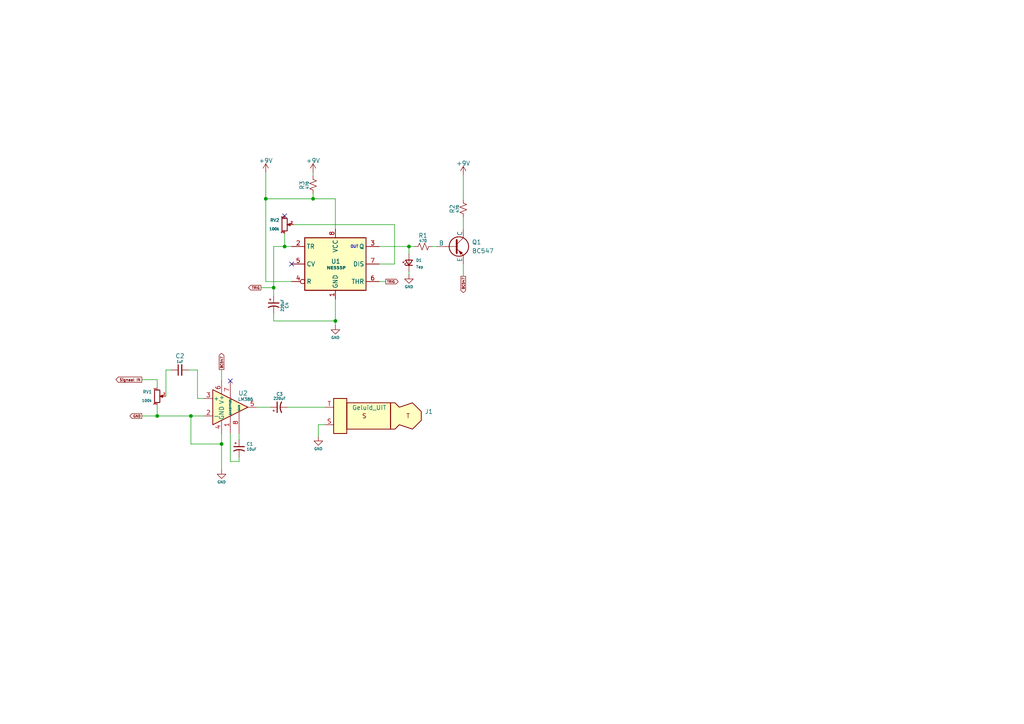
<source format=kicad_sch>
(kicad_sch (version 20230121) (generator eeschema)
  (paper "A4")
  (title_block (title "555-gitaar pedal") (date "2023-09-20") (company "door Michiel Erasmus") (comment 1 "michiel@voorspoed.ru") (comment 2 "Easylab4kids"))
  (lib_symbols
    (symbol "Amplifier_Audio:LM386" (pin_names (offset 0.127))
      (property "Reference" "U" (at 1.27 7.62 0))
      (property "Value" "LM386" (at 1.27 5.08 0))
      (symbol "LM386_0_1"
        (polyline (pts (xy 5.08 0) (xy -5.08 5.08) (xy -5.08 -5.08) (xy 5.08 0)) (stroke (width 0.254)) (fill (type background)))
      )
      (symbol "LM386_1_1"
        (pin input line (at 0 -7.62 90) (length 5.08) (name "GAIN") (number "1"))
        (pin input line (at -7.62 -2.54 0) (length 2.54) (name "-") (number "2"))
        (pin input line (at -7.62 2.54 0) (length 2.54) (name "+") (number "3"))
        (pin power_in line (at -2.54 -7.62 90) (length 3.81) (name "GND") (number "4"))
        (pin output line (at 7.62 0 180) (length 2.54) (name "~") (number "5"))
        (pin power_in line (at -2.54 7.62 270) (length 3.81) (name "V+") (number "6"))
        (pin input line (at 0 7.62 270) (length 5.08) (name "BYPASS") (number "7"))
        (pin input line (at 2.54 -7.62 90) (length 6.35) (name "GAIN") (number "8"))
      )
    )
    (symbol "Connector_Audio:AudioPlug2"
      (property "Reference" "J" (at 10.16 6.35 0))
      (property "Value" "AudioPlug2" (at 10.16 -6.35 0))
      (symbol "AudioPlug2_0_0"
        (text "S" (at 3.81 0 0) (effects (font (size 1.27 1.27))))
        (text "T" (at -8.89 0 0) (effects (font (size 1.27 1.27))))
      )
      (symbol "AudioPlug2_0_1"
        (rectangle (start -3.81 3.81) (end 8.89 -3.81) (stroke (width 0.254)) (fill (type background)))
        (polyline (pts (xy -3.81 3.81) (xy -5.08 3.81) (xy -6.35 2.54) (xy -10.16 3.81) (xy -12.7 1.27) (xy -12.7 -1.27) (xy -10.16 -3.81) (xy -6.35 -2.54) (xy -5.08 -3.81) (xy -3.81 -3.81) (xy -3.81 3.81)) (stroke (width 0.254)) (fill (type background)))
        (rectangle (start 12.7 5.08) (end 8.89 -5.08) (stroke (width 0.254)) (fill (type background)))
      )
      (symbol "AudioPlug2_1_1"
        (pin passive line (at 15.24 2.54 180) (length 2.54) (name "~") (number "S"))
        (pin passive line (at 15.24 -2.54 180) (length 2.54) (name "~") (number "T"))
      )
    )
    (symbol "Device:C_Polarized_Small_US" (pin_numbers hide) (pin_names (offset 0.254) hide)
      (property "Reference" "C" (at 0.254 1.778 0))
      (property "Value" "C_Polarized_Small_US" (at 0.254 -2.032 0))
      (symbol "C_Polarized_Small_US_0_1"
        (polyline (pts (xy -1.524 0.508) (xy 1.524 0.508)) (stroke (width 0.3048)))
        (polyline (pts (xy -1.27 1.524) (xy -0.762 1.524)))
        (polyline (pts (xy -1.016 1.27) (xy -1.016 1.778)))
        (arc (start 1.524 -0.762) (mid 0 -0.3734) (end -1.524 -0.762) (stroke (width 0.3048)))
      )
      (symbol "C_Polarized_Small_US_1_1"
        (pin passive line (at 0 2.54 270) (length 2.032) (name "~") (number "1"))
        (pin passive line (at 0 -2.54 90) (length 2.032) (name "~") (number "2"))
      )
    )
    (symbol "Device:C_Small" (pin_numbers hide) (pin_names (offset 0.254) hide)
      (property "Reference" "C" (at 0.254 1.778 0))
      (property "Value" "C_Small" (at 0.254 -2.032 0))
      (symbol "C_Small_0_1"
        (polyline (pts (xy -1.524 -0.508) (xy 1.524 -0.508)) (stroke (width 0.3302)))
        (polyline (pts (xy -1.524 0.508) (xy 1.524 0.508)) (stroke (width 0.3048)))
      )
      (symbol "C_Small_1_1"
        (pin passive line (at 0 2.54 270) (length 2.032) (name "~") (number "1"))
        (pin passive line (at 0 -2.54 90) (length 2.032) (name "~") (number "2"))
      )
    )
    (symbol "Device:LED_Small" (pin_numbers hide) (pin_names (offset 0.254) hide)
      (property "Reference" "D" (at -1.27 3.175 0))
      (property "Value" "LED_Small" (at -4.445 -2.54 0))
      (symbol "LED_Small_0_1"
        (polyline (pts (xy -0.762 -1.016) (xy -0.762 1.016)) (stroke (width 0.254)))
        (polyline (pts (xy 1.016 0) (xy -0.762 0)))
        (polyline (pts (xy 0.762 -1.016) (xy -0.762 0) (xy 0.762 1.016) (xy 0.762 -1.016)) (stroke (width 0.254)))
        (polyline (pts (xy 0 0.762) (xy -0.508 1.27) (xy -0.254 1.27) (xy -0.508 1.27) (xy -0.508 1.016)))
        (polyline (pts (xy 0.508 1.27) (xy 0 1.778) (xy 0.254 1.778) (xy 0 1.778) (xy 0 1.524)))
      )
      (symbol "LED_Small_1_1"
        (pin passive line (at -2.54 0 0) (length 1.778) (name "K") (number "1"))
        (pin passive line (at 2.54 0 180) (length 1.778) (name "A") (number "2"))
      )
    )
    (symbol "Device:R_Potentiometer_Small" (pin_names (offset 1.016) hide)
      (property "Reference" "RV" (at -4.445 0 90))
      (property "Value" "R_Potentiometer_Small" (at -2.54 0 90))
      (symbol "R_Potentiometer_Small_0_1"
        (polyline (pts (xy 0.889 0) (xy 0.635 0) (xy 1.651 0.381) (xy 1.651 -0.381) (xy 0.635 0) (xy 0.889 0)) (fill (type outline)))
        (rectangle (start 0.762 1.8034) (end -0.762 -1.8034) (stroke (width 0.254)))
      )
      (symbol "R_Potentiometer_Small_1_1"
        (pin passive line (at 0 2.54 270) (length 0.635) (name "1") (number "1"))
        (pin passive line (at 2.54 0 180) (length 0.9906) (name "2") (number "2"))
        (pin passive line (at 0 -2.54 90) (length 0.635) (name "3") (number "3"))
      )
    )
    (symbol "Device:R_Small_US" (pin_numbers hide) (pin_names (offset 0.254) hide)
      (property "Reference" "R" (at 0.762 0.508 0))
      (property "Value" "R_Small_US" (at 0.762 -1.016 0))
      (symbol "R_Small_US_1_1"
        (polyline (pts (xy 0 0) (xy 1.016 -0.381) (xy 0 -0.762) (xy -1.016 -1.143) (xy 0 -1.524)))
        (polyline (pts (xy 0 1.524) (xy 1.016 1.143) (xy 0 0.762) (xy -1.016 0.381) (xy 0 0)))
        (pin passive line (at 0 2.54 270) (length 1.016) (name "~") (number "1"))
        (pin passive line (at 0 -2.54 90) (length 1.016) (name "~") (number "2"))
      )
    )
    (symbol "Simulation_SPICE:PNP" (pin_numbers hide) (pin_names (offset 0))
      (property "Reference" "Q" (at -2.54 7.62 0))
      (property "Value" "PNP" (at -2.54 5.08 0))
      (symbol "PNP_0_1"
        (polyline (pts (xy -2.54 0) (xy 0.635 0)) (stroke (width 0.1524)))
        (polyline (pts (xy 0.635 0.635) (xy 2.54 2.54)))
        (polyline (pts (xy 0.635 -0.635) (xy 2.54 -2.54) (xy 2.54 -2.54)))
        (polyline (pts (xy 0.635 1.905) (xy 0.635 -1.905) (xy 0.635 -1.905)) (stroke (width 0.508)))
        (polyline (pts (xy 2.286 -1.778) (xy 1.778 -2.286) (xy 1.27 -1.27) (xy 2.286 -1.778) (xy 2.286 -1.778)) (fill (type outline)))
        (circle (center 1.27 0) (radius 2.8194) (stroke (width 0.254)))
      )
      (symbol "PNP_1_1"
        (pin open_collector line (at 2.54 5.08 270) (length 2.54) (name "C") (number "1"))
        (pin input line (at -5.08 0 0) (length 2.54) (name "B") (number "2"))
        (pin open_emitter line (at 2.54 -5.08 90) (length 2.54) (name "E") (number "3"))
      )
    )
    (symbol "Timer:NE555P"
      (property "Reference" "U" (at -10.16 8.89 0))
      (property "Value" "NE555P" (at 2.54 8.89 0))
      (symbol "NE555P_0_0"
        (pin power_in line (at 0 -10.16 90) (length 2.54) (name "GND") (number "1"))
        (pin power_in line (at 0 10.16 270) (length 2.54) (name "VCC") (number "8"))
      )
      (symbol "NE555P_0_1"
        (rectangle (start -8.89 -7.62) (end 8.89 7.62) (stroke (width 0.254)) (fill (type background)))
        (rectangle (start -8.89 -7.62) (end 8.89 7.62) (stroke (width 0.254)) (fill (type background)))
      )
      (symbol "NE555P_1_1"
        (pin input line (at -12.7 5.08 0) (length 3.81) (name "TR") (number "2"))
        (pin output line (at 12.7 5.08 180) (length 3.81) (name "Q") (number "3"))
        (pin input inverted (at -12.7 -5.08 0) (length 3.81) (name "R") (number "4"))
        (pin input line (at -12.7 0 0) (length 3.81) (name "CV") (number "5"))
        (pin input line (at 12.7 -5.08 180) (length 3.81) (name "THR") (number "6"))
        (pin input line (at 12.7 0 180) (length 3.81) (name "DIS") (number "7"))
      )
    )
    (symbol "power:+9V" (power) (pin_names (offset 0))
      (property "Value" "+9V" (at 0 3.556 0))
      (symbol "+9V_0_1"
        (polyline (pts (xy -0.762 1.27) (xy 0 2.54)))
        (polyline (pts (xy 0 0) (xy 0 2.54)))
        (polyline (pts (xy 0 2.54) (xy 0.762 1.27)))
      )
      (symbol "+9V_1_1"
        (pin power_in line (at 0 0 90) (length 0) hide (name "+9V") (number "1"))
      )
    )
    (symbol "power:GND" (power) (pin_names (offset 0))
      (property "Value" "GND" (at 0 -3.81 0))
      (symbol "GND_0_1"
        (polyline (pts (xy 0 0) (xy 0 -1.27) (xy 1.27 -1.27) (xy 0 -2.54) (xy -1.27 -1.27) (xy 0 -1.27)))
      )
      (symbol "GND_1_1"
        (pin power_in line (at 0 0 270) (length 0) hide (name "GND") (number "1"))
      )
    )
  )
  (junction (at 118.618 71.501))
  (junction (at 97.282 93.091))
  (junction (at 90.805 57.658))
  (junction (at 45.593 120.65))
  (junction (at 77.089 57.658))
  (junction (at 82.55 71.501))
  (junction (at 64.262 128.778))
  (junction (at 79.375 83.439))
  (junction (at 55.372 120.65))
  (no_connect (at 66.802 110.49))
  (no_connect (at 84.582 76.581))
  (no_connect (at 82.55 62.611))
  (wire (pts (xy 77.089 57.658) (xy 77.089 81.661)))
  (wire (pts (xy 90.805 57.658) (xy 77.089 57.658)))
  (wire (pts (xy 97.282 93.091) (xy 97.282 94.361)))
  (wire (pts (xy 90.805 50.038) (xy 90.805 51.054)))
  (wire (pts (xy 64.262 128.778) (xy 55.372 128.778)))
  (wire (pts (xy 79.375 93.091) (xy 97.282 93.091)))
  (wire (pts (xy 54.737 107.315) (xy 57.277 107.315)))
  (wire (pts (xy 55.372 120.65) (xy 59.182 120.65)))
  (wire (pts (xy 79.375 90.932) (xy 79.375 93.091)))
  (wire (pts (xy 74.422 118.11) (xy 78.359 118.11)))
  (wire (pts (xy 79.375 83.439) (xy 79.375 85.852)))
  (wire (pts (xy 134.366 62.992) (xy 134.366 66.421)))
  (wire (pts (xy 79.375 71.501) (xy 82.55 71.501)))
  (wire (pts (xy 55.372 128.778) (xy 55.372 120.65)))
  (wire (pts (xy 59.182 115.57) (xy 57.277 115.57)))
  (wire (pts (xy 118.618 71.501) (xy 120.269 71.501)))
  (wire (pts (xy 83.439 118.11) (xy 94.234 118.11)))
  (wire (pts (xy 64.262 107.188) (xy 64.262 110.49)))
  (wire (pts (xy 90.805 56.134) (xy 90.805 57.658)))
  (wire (pts (xy 64.262 128.778) (xy 64.262 136.271)))
  (wire (pts (xy 85.09 65.151) (xy 114.427 65.151)))
  (wire (pts (xy 49.657 107.315) (xy 48.133 107.315)))
  (wire (pts (xy 45.593 117.475) (xy 45.593 120.65)))
  (wire (pts (xy 97.282 86.741) (xy 97.282 93.091)))
  (wire (pts (xy 41.148 120.65) (xy 45.593 120.65)))
  (wire (pts (xy 64.262 125.73) (xy 64.262 128.778)))
  (wire (pts (xy 48.133 107.315) (xy 48.133 114.935)))
  (wire (pts (xy 109.982 76.581) (xy 114.427 76.581)))
  (wire (pts (xy 97.282 66.421) (xy 97.282 57.658)))
  (wire (pts (xy 77.089 50.038) (xy 77.089 57.658)))
  (wire (pts (xy 66.802 133.858) (xy 69.342 133.858)))
  (wire (pts (xy 118.618 78.74) (xy 118.618 79.629)))
  (wire (pts (xy 82.55 71.501) (xy 84.582 71.501)))
  (wire (pts (xy 45.593 120.65) (xy 55.372 120.65)))
  (wire (pts (xy 45.593 110.109) (xy 45.593 112.395)))
  (wire (pts (xy 111.887 81.661) (xy 109.982 81.661)))
  (wire (pts (xy 57.277 115.57) (xy 57.277 107.315)))
  (wire (pts (xy 66.802 125.73) (xy 66.802 133.858)))
  (wire (pts (xy 92.329 123.19) (xy 92.329 126.619)))
  (wire (pts (xy 69.342 133.858) (xy 69.342 132.588)))
  (wire (pts (xy 125.349 71.501) (xy 126.746 71.501)))
  (wire (pts (xy 97.282 57.658) (xy 90.805 57.658)))
  (wire (pts (xy 75.692 83.439) (xy 79.375 83.439)))
  (wire (pts (xy 134.366 76.581) (xy 134.366 80.137)))
  (wire (pts (xy 118.618 71.501) (xy 118.618 73.66)))
  (wire (pts (xy 69.342 125.73) (xy 69.342 127.508)))
  (wire (pts (xy 41.148 110.109) (xy 45.593 110.109)))
  (wire (pts (xy 134.366 50.8) (xy 134.366 57.912)))
  (wire (pts (xy 114.427 76.581) (xy 114.427 65.151)))
  (wire (pts (xy 82.55 71.501) (xy 82.55 67.691)))
  (wire (pts (xy 109.982 71.501) (xy 118.618 71.501)))
  (wire (pts (xy 84.582 81.661) (xy 77.089 81.661)))
  (wire (pts (xy 79.375 71.501) (xy 79.375 83.439)))
  (wire (pts (xy 94.234 123.19) (xy 92.329 123.19)))
  (text "OUT" (at 101.6 72.136 0) (effects (font (size 0.77 0.77)) (justify left bottom)))
  (global_label "GND" (shape output) (at 41.148 120.65 180) (effects (font (size 0.7 0.7))) (property "Intersheetrefs" "${INTERSHEET_REFS}" (effects hide)))
  (global_label "Signaal IN" (shape output) (at 41.148 110.109 180) (effects (font (size 0.77 0.77))) (property "Intersheetrefs" "${INTERSHEET_REFS}" (effects hide)))
  (global_label "BC547" (shape output) (at 64.262 107.188 90) (effects (font (size 0.7 0.7))) (property "Intersheetrefs" "${INTERSHEET_REFS}" (effects hide)))
  (global_label "BC547" (shape output) (at 134.366 80.137 270) (effects (font (size 0.7 0.7))) (property "Intersheetrefs" "${INTERSHEET_REFS}" (effects hide)))
  (global_label "TRIG" (shape output) (at 111.887 81.661 0) (effects (font (size 0.7 0.7))) (property "Intersheetrefs" "${INTERSHEET_REFS}" (effects hide)))
  (global_label "TRIG" (shape output) (at 75.692 83.439 180) (effects (font (size 0.7 0.7))) (property "Intersheetrefs" "${INTERSHEET_REFS}" (effects hide)))
  (symbol (lib_id "power:+9V") (at 134.366 50.8 0) (unit 1)
    (property "Reference" "#PWR03" (effects hide))
    (property "Value" "+9V" (at 134.366 47.371 0))
  )
  (symbol (lib_id "Device:C_Polarized_Small_US") (at 69.342 130.048 0) (unit 1)
    (property "Reference" "C1" (at 71.501 128.778 0) (effects (font (size 0.9 0.9)) (justify left)))
    (property "Value" "10uF" (at 71.501 130.302 0) (effects (font (size 0.77 0.77)) (justify left)))
    (property "Footprint" "Capacitor_THT:CP_Axial_L10.0mm_D6.0mm_P15.00mm_Horizontal" (effects hide))
  )
  (symbol (lib_id "Device:R_Potentiometer_Small") (at 82.55 65.151 0) (unit 1)
    (property "Reference" "RV2" (at 81.026 63.881 0) (effects (font (size 0.9 0.9)) (justify right)))
    (property "Value" "100k" (at 81.026 66.421 0) (effects (font (size 0.77 0.77)) (justify right)))
    (property "Footprint" "Resistor_THT:R_Axial_DIN0309_L9.0mm_D3.2mm_P5.08mm_Vertical" (effects hide))
  )
  (symbol (lib_id "Device:R_Small_US") (at 90.805 53.594 180) (unit 1)
    (property "Reference" "R3" (at 87.63 53.721 90))
    (property "Value" "470" (at 89.154 53.721 90) (effects (font (size 0.77 0.77))))
    (property "Footprint" "Resistor_THT:R_Axial_DIN0309_L9.0mm_D3.2mm_P5.08mm_Vertical" (effects hide))
  )
  (symbol (lib_id "Device:C_Polarized_Small_US") (at 79.375 88.392 0) (unit 1)
    (property "Reference" "C4" (at 83.185 89.535 90) (effects (font (size 0.9 0.9)) (justify left)))
    (property "Value" "220uF" (at 81.915 90.424 90) (effects (font (size 0.77 0.77)) (justify left)))
    (property "Footprint" "Capacitor_THT:CP_Axial_L10.0mm_D6.0mm_P15.00mm_Horizontal" (effects hide))
  )
  (symbol (lib_id "Device:R_Potentiometer_Small") (at 45.593 114.935 0) (unit 1)
    (property "Reference" "RV1" (at 44.069 113.665 0) (effects (font (size 0.9 0.9)) (justify right)))
    (property "Value" "100k" (at 44.069 116.205 0) (effects (font (size 0.77 0.77)) (justify right)))
    (property "Footprint" "Resistor_THT:R_Axial_DIN0309_L9.0mm_D3.2mm_P5.08mm_Vertical" (effects hide))
  )
  (symbol (lib_id "Device:R_Small_US") (at 134.366 60.452 180) (unit 1)
    (property "Reference" "R2" (at 131.191 60.579 90))
    (property "Value" "470" (at 132.715 60.579 90) (effects (font (size 0.77 0.77))))
    (property "Footprint" "Resistor_THT:R_Axial_DIN0309_L9.0mm_D3.2mm_P5.08mm_Vertical" (effects hide))
  )
  (symbol (lib_id "Device:LED_Small") (at 118.618 76.2 90) (unit 1)
    (property "Reference" "D1" (at 120.65 75.5015 90) (effects (font (size 0.8 0.8)) (justify right)))
    (property "Value" "Tap" (at 120.65 77.4065 90) (effects (font (size 0.77 0.77)) (justify right)))
    (property "Footprint" "LED_THT:LED_D3.0mm" (effects hide))
  )
  (symbol (lib_id "Device:R_Small_US") (at 122.809 71.501 90) (unit 1)
    (property "Reference" "R1" (at 122.682 68.326 90))
    (property "Value" "470" (at 122.682 69.85 90) (effects (font (size 0.77 0.77))))
    (property "Footprint" "Resistor_THT:R_Axial_DIN0309_L9.0mm_D3.2mm_P5.08mm_Vertical" (effects hide))
  )
  (symbol (lib_id "Connector_Audio:AudioPlug2") (at 109.474 120.65 180) (unit 1)
    (property "Reference" "J1" (at 123.19 119.38 0) (effects (justify right)))
    (property "Value" "Geluid_UIT" (at 102.108 118.237 0) (effects (justify right)))
  )
  (symbol (lib_id "Amplifier_Audio:LM386") (at 66.802 118.11 0) (unit 1)
    (property "Reference" "U2" (at 70.485 114.046 0))
    (property "Value" "LM386" (at 71.247 115.824 0) (effects (font (size 0.9 0.9))))
    (property "Footprint" "Package_DIP:DIP-8_W7.62mm_Socket" (effects hide))
    (property "Datasheet" "http://www.ti.com/lit/ds/symlink/lm386.pdf" (effects hide))
  )
  (symbol (lib_id "power:GND") (at 118.618 79.629 0) (unit 1)
    (property "Reference" "#PWR06" (effects hide))
    (property "Value" "GND" (at 118.618 83.185 0) (effects (font (size 0.77 0.77))))
  )
  (symbol (lib_id "Simulation_SPICE:PNP") (at 131.826 71.501 0) (unit 1)
    (property "Reference" "Q1" (at 136.8552 70.231 0) (effects (justify left)))
    (property "Value" "BC547" (at 136.8552 72.771 0) (effects (justify left)))
    (property "Sim.Device" "PNP" (effects hide))
    (property "Sim.Type" "GUMMELPOON" (effects hide))
    (property "Sim.Pins" "1=C 2=B 3=E" (effects hide))
  )
  (symbol (lib_id "Timer:NE555P") (at 97.282 76.581 0) (unit 1)
    (property "Reference" "U1" (at 96.012 75.819 0) (effects (justify left)))
    (property "Value" "NE555P" (at 94.742 77.724 0) (effects (font (size 0.9 0.9) bold) (justify left)))
    (property "Footprint" "Package_DIP:DIP-8_W7.62mm" (effects hide))
    (property "Datasheet" "http://www.ti.com/lit/ds/symlink/ne555.pdf" (effects hide))
  )
  (symbol (lib_id "power:+9V") (at 90.805 50.038 0) (unit 1)
    (property "Reference" "#PWR04" (effects hide))
    (property "Value" "+9V" (at 90.805 46.609 0))
  )
  (symbol (lib_id "power:GND") (at 97.282 94.361 0) (unit 1)
    (property "Reference" "#PWR07" (effects hide))
    (property "Value" "GND" (at 97.282 97.917 0) (effects (font (size 0.77 0.77))))
  )
  (symbol (lib_id "Device:C_Small") (at 52.197 107.315 90) (unit 1)
    (property "Reference" "C2" (at 52.197 103.251 90))
    (property "Value" "1uF" (at 52.197 104.902 90) (effects (font (size 0.7 0.7))))
    (property "Footprint" "Capacitor_THT:CP_Axial_L10.0mm_D6.0mm_P15.00mm_Horizontal" (effects hide))
  )
  (symbol (lib_id "power:GND") (at 64.262 136.271 0) (unit 1)
    (property "Reference" "#PWR01" (effects hide))
    (property "Value" "GND" (at 64.262 139.827 0) (effects (font (size 0.77 0.77))))
  )
  (symbol (lib_id "power:+9V") (at 77.089 50.038 0) (unit 1)
    (property "Reference" "#PWR02" (effects hide))
    (property "Value" "+9V" (at 77.089 46.609 0))
  )
  (symbol (lib_id "Device:C_Polarized_Small_US") (at 80.899 118.11 90) (unit 1)
    (property "Reference" "C3" (at 82.042 114.3 90) (effects (font (size 0.9 0.9)) (justify left)))
    (property "Value" "220uF" (at 82.931 115.57 90) (effects (font (size 0.77 0.77)) (justify left)))
    (property "Footprint" "Capacitor_THT:CP_Axial_L10.0mm_D6.0mm_P15.00mm_Horizontal" (effects hide))
  )
  (symbol (lib_id "power:GND") (at 92.329 126.619 0) (unit 1)
    (property "Reference" "#PWR05" (effects hide))
    (property "Value" "GND" (at 92.329 130.175 0) (effects (font (size 0.77 0.77))))
  )
)
</source>
